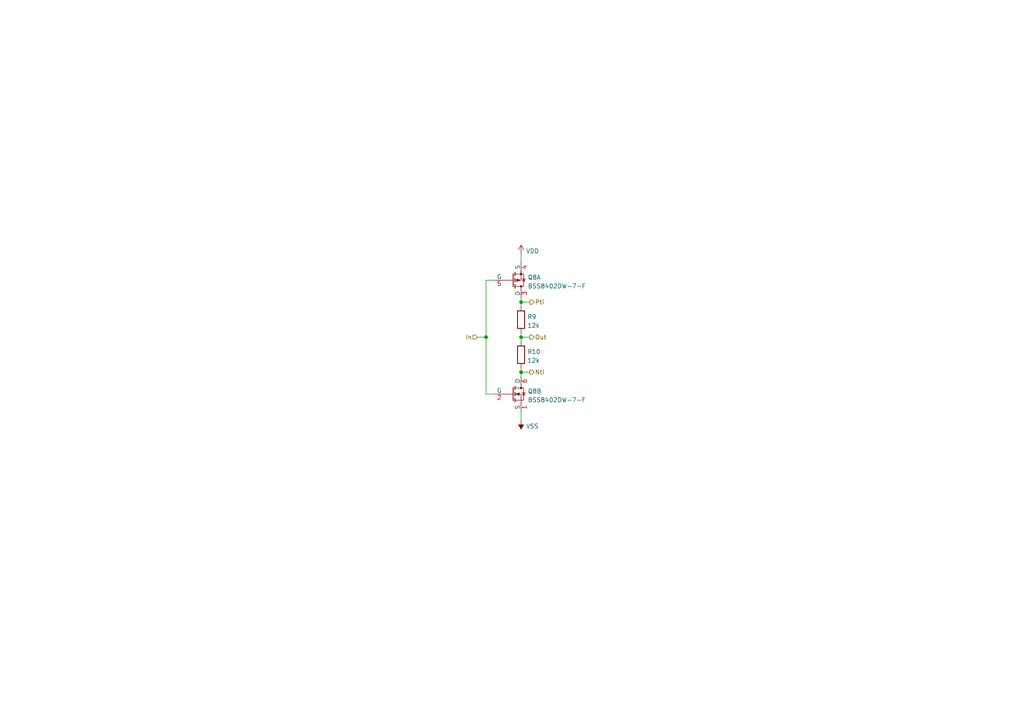
<source format=kicad_sch>
(kicad_sch (version 20250114) (generator "eeschema") (generator_version "9.0")
  (paper "A4")
  (title_block (title "Balanced Ternary Inverter Gate") (date "2022-08-04") (rev "0"))
  (lib_symbols
    (symbol "Device:R" (pin_numbers (hide yes)) (pin_names (offset 0))
      (property "Reference" "R" (at 2.032 0 90))
      (property "Value" "R" (at 0 0 90))
      (symbol "R_0_1"
        (rectangle (start -1.016 -2.54) (end 1.016 2.54) (stroke (width 0.254)))
      )
      (symbol "R_1_1"
        (pin passive line (at 0 3.81 270) (length 1.27) (name "~") (number "1"))
        (pin passive line (at 0 -3.81 90) (length 1.27) (name "~") (number "2"))
      )
    )
    (symbol "Tritium:BSS8402DW-7-F" (pin_names (offset 0))
      (property "Reference" "Q" (at 2.54 1.27 0))
      (property "Value" "BSS8402DW-7-F" (at 2.54 -1.27 0))
      (symbol "BSS8402DW-7-F_0_1"
        (polyline (pts (xy -2.286 0) (xy -5.08 0)))
        (polyline (pts (xy -2.286 -1.905) (xy -2.286 1.905)) (stroke (width 0.254)))
        (polyline (pts (xy -1.778 1.27) (xy -1.778 2.286)) (stroke (width 0.254)))
        (polyline (pts (xy -1.778 -0.508) (xy -1.778 0.508)) (stroke (width 0.254)))
        (polyline (pts (xy -1.778 -1.778) (xy 0.762 -1.778) (xy 0.762 1.778) (xy -1.778 1.778)))
        (polyline (pts (xy -1.778 -2.286) (xy -1.778 -1.27)) (stroke (width 0.254)))
        (polyline (pts (xy 0 2.54) (xy 0 1.778)))
        (circle (center 0 1.778) (radius 0.254) (fill (type outline)))
        (polyline (pts (xy 0.254 0.508) (xy 0.381 0.381) (xy 1.143 0.381) (xy 1.27 0.254)))
        (polyline (pts (xy 0.762 0.381) (xy 0.381 -0.254) (xy 1.143 -0.254) (xy 0.762 0.381)))
      )
      (symbol "BSS8402DW-7-F_1_1"
        (polyline (pts (xy -0.254 0) (xy -1.27 -0.381) (xy -1.27 0.381) (xy -0.254 0)) (fill (type outline)))
        (polyline (pts (xy 0 2.54) (xy 0 0) (xy -1.778 0)))
        (circle (center 0 -1.778) (radius 0.254) (fill (type outline)))
        (polyline (pts (xy 0 -2.54) (xy 0 -1.778)))
        (pin input line (at -7.62 0 0) (length 2.54) (name "G") (number "5"))
        (pin passive line (at 0 5.08 270) (length 2.54) (name "S") (number "4"))
        (pin passive line (at 0 -5.08 90) (length 2.54) (name "D") (number "3"))
      )
      (symbol "BSS8402DW-7-F_2_1"
        (polyline (pts (xy -1.524 0) (xy -0.508 0.381) (xy -0.508 -0.381) (xy -1.524 0)) (fill (type outline)))
        (polyline (pts (xy 0 -2.54) (xy 0 0) (xy -1.778 0)))
        (pin input line (at -7.62 0 0) (length 2.54) (name "G") (number "2"))
        (pin passive line (at 0 5.08 270) (length 2.54) (name "D") (number "6"))
        (pin passive line (at 0 -5.08 90) (length 2.54) (name "S") (number "1"))
      )
    )
    (symbol "power:VDD" (power) (pin_names (offset 0))
      (property "Value" "VDD" (at 0 3.81 0))
      (symbol "VDD_0_1"
        (polyline (pts (xy -0.762 1.27) (xy 0 2.54)))
        (polyline (pts (xy 0 2.54) (xy 0.762 1.27)))
        (polyline (pts (xy 0 0) (xy 0 2.54)))
      )
      (symbol "VDD_1_1"
        (pin power_in line (at 0 0 90) (length 0) (hide yes) (name "VDD") (number "1"))
      )
    )
    (symbol "power:VSS" (power) (pin_names (offset 0))
      (property "Value" "VSS" (at 0 3.81 0))
      (symbol "VSS_0_1"
        (polyline (pts (xy 0 0) (xy 0 2.54)))
        (polyline (pts (xy 0.762 1.27) (xy -0.762 1.27) (xy 0 2.54) (xy 0.762 1.27)) (fill (type outline)))
      )
      (symbol "VSS_1_1"
        (pin power_in line (at 0 0 90) (length 0) (hide yes) (name "VSS") (number "1"))
      )
    )
  )
  (junction (at 151.13 97.79))
  (junction (at 151.13 107.95))
  (junction (at 151.13 87.63))
  (junction (at 140.97 97.79))
  (wire (pts (xy 151.13 97.79) (xy 153.67 97.79)))
  (wire (pts (xy 140.97 81.28) (xy 140.97 97.79)))
  (wire (pts (xy 151.13 87.63) (xy 153.67 87.63)))
  (wire (pts (xy 140.97 97.79) (xy 140.97 114.3)))
  (wire (pts (xy 138.43 97.79) (xy 140.97 97.79)))
  (wire (pts (xy 151.13 107.95) (xy 151.13 109.22)))
  (wire (pts (xy 151.13 73.66) (xy 151.13 76.2)))
  (wire (pts (xy 151.13 96.52) (xy 151.13 97.79)))
  (wire (pts (xy 151.13 107.95) (xy 153.67 107.95)))
  (wire (pts (xy 151.13 97.79) (xy 151.13 99.06)))
  (wire (pts (xy 143.51 81.28) (xy 140.97 81.28)))
  (wire (pts (xy 151.13 119.38) (xy 151.13 121.92)))
  (wire (pts (xy 151.13 87.63) (xy 151.13 88.9)))
  (wire (pts (xy 140.97 114.3) (xy 143.51 114.3)))
  (wire (pts (xy 151.13 86.36) (xy 151.13 87.63)))
  (wire (pts (xy 151.13 106.68) (xy 151.13 107.95)))
  (hierarchical_label "Pti" (shape output) (at 153.67 87.63 0))
  (hierarchical_label "Nti" (shape output) (at 153.67 107.95 0))
  (hierarchical_label "Out" (shape output) (at 153.67 97.79 0))
  (hierarchical_label "In" (shape input) (at 138.43 97.79 180))
  (symbol (lib_id "power:VDD") (at 151.13 73.66 0) (unit 1)
    (property "Reference" "#PWR011" (effects (hide yes)))
    (property "Value" "VDD" (at 152.527 72.8238 0) (effects (justify left)))
    (instances (project "" (path "" (reference "#PWR011") (unit 1)) (path "" (reference "#PWR09") (unit 1))))
  )
  (symbol (lib_id "Device:R") (at 151.13 92.71 0) (unit 1)
    (property "Reference" "R9" (at 152.908 91.8753 0) (effects (justify left)))
    (property "Value" "12k" (at 152.908 94.4122 0) (effects (justify left)))
    (property "Footprint" "Resistor_SMD:R_0603_1608Metric_Pad0.98x0.95mm_HandSolder" (effects (hide yes)))
    (instances (project "" (path "" (reference "R9") (unit 1)) (path "" (reference "R7") (unit 1))))
  )
  (symbol (lib_id "Tritium:BSS8402DW-7-F") (at 151.13 114.3 0) (unit 2)
    (property "Reference" "Q8" (at 153.035 113.4653 0) (effects (justify left)))
    (property "Value" "BSS8402DW-7-F" (at 153.035 116.0022 0) (effects (justify left)))
    (property "Footprint" "Package_TO_SOT_SMD:SOT-363_SC-70-6_Handsoldering" (effects (hide yes)))
    (property "Datasheet" "https://www.diodes.com/assets/Datasheets/ds30380.pdf" (effects (hide yes)))
    (property "Sim.Device" "SPICE" (effects (hide yes)))
    (property "Sim.Params" "type=\"X\" model=\"BSS8402DW\" lib=\"/lab/dev/tritium/library/TritiumSpice.lib\"" (effects (hide yes)))
    (property "Sim.Pins" "1=1 2=2 6=3" (effects (hide yes)))
    (instances (project "" (path "" (reference "Q8") (unit 2)) (path "" (reference "Q7") (unit 2))))
  )
  (symbol (lib_id "Device:R") (at 151.13 102.87 0) (unit 1)
    (property "Reference" "R10" (at 152.908 102.0353 0) (effects (justify left)))
    (property "Value" "12k" (at 152.908 104.5722 0) (effects (justify left)))
    (property "Footprint" "Resistor_SMD:R_0603_1608Metric_Pad0.98x0.95mm_HandSolder" (effects (hide yes)))
    (instances (project "" (path "" (reference "R10") (unit 1)) (path "" (reference "R8") (unit 1))))
  )
  (symbol (lib_id "power:VSS") (at 151.13 121.92 180) (unit 1)
    (property "Reference" "#PWR012" (effects (hide yes)))
    (property "Value" "VSS" (at 152.527 123.6238 0) (effects (justify right)))
    (instances (project "" (path "" (reference "#PWR012") (unit 1)) (path "" (reference "#PWR010") (unit 1))))
  )
  (symbol (lib_id "Tritium:BSS8402DW-7-F") (at 151.13 81.28 0) (unit 1)
    (property "Reference" "Q8" (at 153.035 80.4453 0) (effects (justify left)))
    (property "Value" "BSS8402DW-7-F" (at 153.035 82.9822 0) (effects (justify left)))
    (property "Footprint" "Package_TO_SOT_SMD:SOT-363_SC-70-6_Handsoldering" (effects (hide yes)))
    (property "Datasheet" "https://www.diodes.com/assets/Datasheets/ds30380.pdf" (effects (hide yes)))
    (property "Sim.Device" "SPICE" (effects (hide yes)))
    (property "Sim.Params" "type=\"X\" model=\"BSS8402DW\" lib=\"/lab/dev/tritium/library/TritiumSpice.lib\"" (effects (hide yes)))
    (property "Sim.Pins" "3=1 4=2 5=3" (effects (hide yes)))
    (instances (project "" (path "" (reference "Q8") (unit 1)) (path "" (reference "Q7") (unit 1))))
  )
)
</source>
